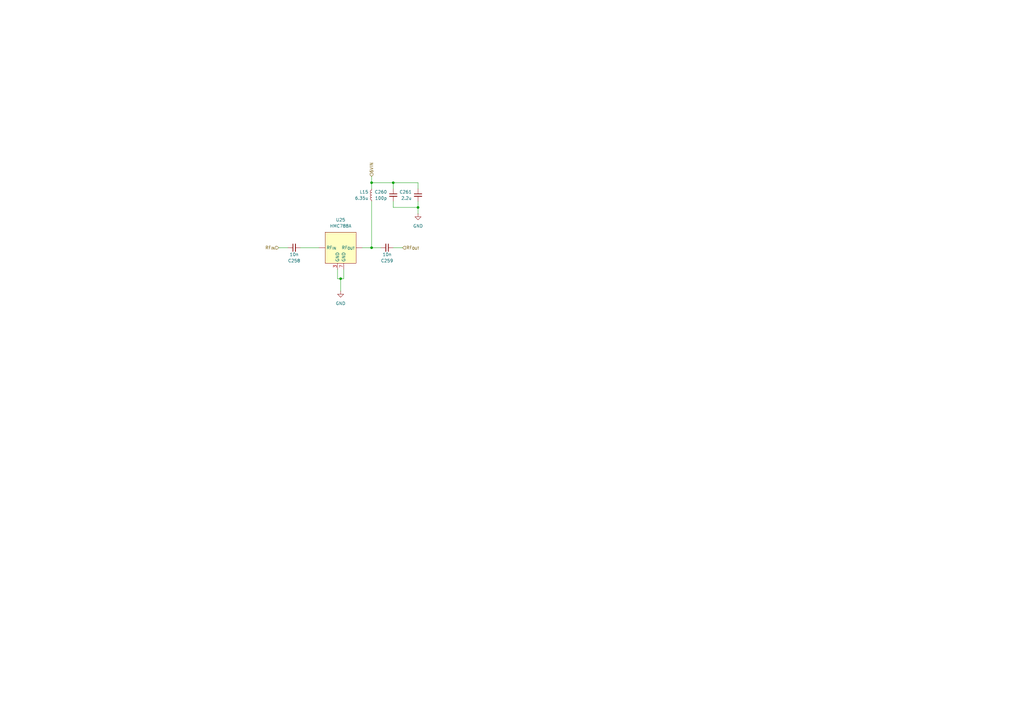
<source format=kicad_sch>
(kicad_sch (version 20250114) (generator "eeschema") (generator_version "9.0")
  (paper "A3")
  (lib_symbols
    (symbol "Device:C_Small" (pin_numbers (hide yes)) (pin_names (offset 0.254) (hide yes))
      (property "Reference" "C" (at 0.254 1.778 0))
      (property "Value" "C_Small" (at 0.254 -2.032 0))
      (symbol "C_Small_0_1"
        (polyline (pts (xy -1.524 0.508) (xy 1.524 0.508)) (stroke (width 0.3048)))
        (polyline (pts (xy -1.524 -0.508) (xy 1.524 -0.508)) (stroke (width 0.3302)))
      )
      (symbol "C_Small_1_1"
        (pin passive line (at 0 2.54 270) (length 2.032) (name "~") (number "1"))
        (pin passive line (at 0 -2.54 90) (length 2.032) (name "~") (number "2"))
      )
    )
    (symbol "Device:L_Small" (pin_numbers (hide yes)) (pin_names (offset 0.254) (hide yes))
      (property "Reference" "L" (at 0.762 1.016 0))
      (property "Value" "L_Small" (at 0.762 -1.016 0))
      (symbol "L_Small_0_1"
        (arc (start 0 2.032) (mid 0.5058 1.524) (end 0 1.016))
        (arc (start 0 1.016) (mid 0.5058 0.508) (end 0 0))
        (arc (start 0 0) (mid 0.5058 -0.508) (end 0 -1.016))
        (arc (start 0 -1.016) (mid 0.5058 -1.524) (end 0 -2.032))
      )
      (symbol "L_Small_1_1"
        (pin passive line (at 0 2.54 270) (length 0.508) (name "~") (number "1"))
        (pin passive line (at 0 -2.54 90) (length 0.508) (name "~") (number "2"))
      )
    )
    (symbol "huskylib:HMC788A"
      (property "Reference" "U" (at 0 9.652 0))
      (property "Value" "HMC788A" (at 0 7.62 0))
      (symbol "HMC788A_1_0"
        (pin input line (at -8.89 0 0) (length 2.54) (name "RF_{IN}") (number ""))
        (pin power_in line (at -1.27 -8.89 90) (length 2.54) (name "GND") (number "3"))
        (pin power_in line (at 1.27 -8.89 90) (length 2.54) (name "GND") (number "7"))
        (pin output line (at 8.89 0 180) (length 2.54) (name "RF_{OUT}") (number ""))
      )
      (symbol "HMC788A_1_1"
        (rectangle (start -6.35 6.35) (end 6.35 -6.35) (fill (type background)))
      )
    )
    (symbol "power:GND" (power) (pin_numbers (hide yes)) (pin_names (offset 0) (hide yes))
      (property "Value" "GND" (at 0 -3.81 0))
      (symbol "GND_0_1"
        (polyline (pts (xy 0 0) (xy 0 -1.27) (xy 1.27 -1.27) (xy 0 -2.54) (xy -1.27 -1.27) (xy 0 -1.27)))
      )
      (symbol "GND_1_1"
        (pin power_in line (at 0 0 270) (length 0) (name "~") (number "1"))
      )
    )
  )
  (junction (at 161.29 74.93))
  (junction (at 152.4 74.93))
  (junction (at 171.45 85.09))
  (junction (at 139.7 114.3))
  (junction (at 152.4 101.6))
  (wire (pts (xy 161.29 85.09) (xy 171.45 85.09)))
  (wire (pts (xy 171.45 74.93) (xy 171.45 77.47)))
  (wire (pts (xy 161.29 101.6) (xy 165.1 101.6)))
  (wire (pts (xy 148.59 101.6) (xy 152.4 101.6)))
  (wire (pts (xy 139.7 114.3) (xy 139.7 119.38)))
  (wire (pts (xy 152.4 82.55) (xy 152.4 101.6)))
  (wire (pts (xy 152.4 77.47) (xy 152.4 74.93)))
  (wire (pts (xy 152.4 74.93) (xy 161.29 74.93)))
  (wire (pts (xy 171.45 85.09) (xy 171.45 82.55)))
  (wire (pts (xy 140.97 114.3) (xy 140.97 110.49)))
  (wire (pts (xy 171.45 85.09) (xy 171.45 87.63)))
  (wire (pts (xy 139.7 114.3) (xy 140.97 114.3)))
  (wire (pts (xy 138.43 110.49) (xy 138.43 114.3)))
  (wire (pts (xy 138.43 114.3) (xy 139.7 114.3)))
  (wire (pts (xy 114.3 101.6) (xy 118.11 101.6)))
  (wire (pts (xy 161.29 74.93) (xy 161.29 77.47)))
  (wire (pts (xy 152.4 72.39) (xy 152.4 74.93)))
  (wire (pts (xy 152.4 101.6) (xy 156.21 101.6)))
  (wire (pts (xy 161.29 82.55) (xy 161.29 85.09)))
  (wire (pts (xy 161.29 74.93) (xy 171.45 74.93)))
  (wire (pts (xy 123.19 101.6) (xy 130.81 101.6)))
  (hierarchical_label "6VIN" (shape input) (at 152.4 72.39 90))
  (hierarchical_label "RF_{OUT}" (shape input) (at 165.1 101.6 0))
  (hierarchical_label "RF_{IN}" (shape input) (at 114.3 101.6 180))
  (symbol (lib_id "power:GND") (at 171.45 87.63 0) (unit 1)
    (property "Reference" "#PWR0283" (effects (hide yes)))
    (property "Value" "GND" (at 171.45 92.71 0))
    (property "Description" "Power symbol creates a global label with name \"GND\" , ground" (effects (hide yes)))
  )
  (symbol (lib_id "huskylib:HMC788A") (at 139.7 101.6 0) (unit 1)
    (property "Reference" "U25" (at 139.7 90.17 0))
    (property "Value" "HMC788A" (at 139.7 92.71 0))
    (property "Footprint" "Package_CSP:LFCSP-6-1EP_2x2mm_P0.65mm_EP1x1.6mm" (effects (hide yes)))
    (property "Datasheet" "https://www.analog.com/media/en/technical-documentation/data-sheets/hmc788a.pdf" (effects (hide yes)))
  )
  (symbol (lib_id "Device:C_Small") (at 120.65 101.6 90) (mirror x) (unit 1)
    (property "Reference" "C258" (at 120.65 106.934 90))
    (property "Value" "10n" (at 120.65 104.394 90))
    (property "Description" "Unpolarized capacitor, small symbol" (effects (hide yes)))
    (property "DIGIKEY_PN" "1284-1540-1-ND" (effects (hide yes)))
  )
  (symbol (lib_id "Device:C_Small") (at 161.29 80.01 0) (unit 1)
    (property "Reference" "C260" (at 158.75 78.7462 0) (effects (justify right)))
    (property "Value" "100p" (at 158.75 81.2862 0) (effects (justify right)))
    (property "Description" "Unpolarized capacitor, small symbol" (effects (hide yes)))
  )
  (symbol (lib_id "Device:L_Small") (at 152.4 80.01 0) (mirror y) (unit 1)
    (property "Reference" "L15" (at 151.13 78.7399 0) (effects (justify left)))
    (property "Value" "6.35u" (at 151.13 81.2799 0) (effects (justify left)))
    (property "Description" "Inductor, small symbol" (effects (hide yes)))
  )
  (symbol (lib_id "Device:C_Small") (at 171.45 80.01 0) (unit 1)
    (property "Reference" "C261" (at 168.91 78.7462 0) (effects (justify right)))
    (property "Value" "2.2u" (at 168.91 81.2862 0) (effects (justify right)))
    (property "Description" "Unpolarized capacitor, small symbol" (effects (hide yes)))
  )
  (symbol (lib_id "power:GND") (at 139.7 119.38 0) (unit 1)
    (property "Reference" "#PWR0282" (effects (hide yes)))
    (property "Value" "GND" (at 139.7 124.46 0))
    (property "Description" "Power symbol creates a global label with name \"GND\" , ground" (effects (hide yes)))
  )
  (symbol (lib_id "Device:C_Small") (at 158.75 101.6 270) (unit 1)
    (property "Reference" "C259" (at 158.75 106.934 90))
    (property "Value" "10n" (at 158.75 104.394 90))
    (property "Description" "Unpolarized capacitor, small symbol" (effects (hide yes)))
    (property "DIGIKEY_PN" "1284-1540-1-ND" (effects (hide yes)))
  )
)
</source>
